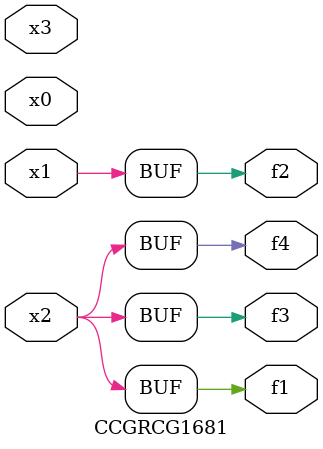
<source format=v>
module CCGRCG1681(
	input x0, x1, x2, x3,
	output f1, f2, f3, f4
);
	assign f1 = x2;
	assign f2 = x1;
	assign f3 = x2;
	assign f4 = x2;
endmodule

</source>
